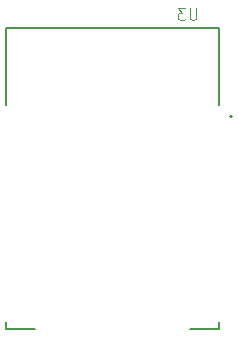
<source format=gbr>
G04 #@! TF.GenerationSoftware,KiCad,Pcbnew,(5.1.10)-1*
G04 #@! TF.CreationDate,2021-09-06T12:39:18+09:00*
G04 #@! TF.ProjectId,controller,636f6e74-726f-46c6-9c65-722e6b696361,rev?*
G04 #@! TF.SameCoordinates,Original*
G04 #@! TF.FileFunction,Legend,Bot*
G04 #@! TF.FilePolarity,Positive*
%FSLAX46Y46*%
G04 Gerber Fmt 4.6, Leading zero omitted, Abs format (unit mm)*
G04 Created by KiCad (PCBNEW (5.1.10)-1) date 2021-09-06 12:39:18*
%MOMM*%
%LPD*%
G01*
G04 APERTURE LIST*
%ADD10C,0.200000*%
%ADD11C,0.127000*%
%ADD12C,0.015000*%
G04 APERTURE END LIST*
D10*
X37600000Y-7750000D02*
G75*
G03*
X37600000Y-7750000I-100000J0D01*
G01*
D11*
X36500000Y-25100000D02*
X36500000Y-25750000D01*
X36500000Y-25750000D02*
X34050000Y-25750000D01*
X20950000Y-25750000D02*
X18500000Y-25750000D01*
X18500000Y-25750000D02*
X18500000Y-25100000D01*
X36500000Y-6750000D02*
X36500000Y-250000D01*
X36500000Y-250000D02*
X18500000Y-250000D01*
X18500000Y-250000D02*
X18500000Y-6750000D01*
D12*
X34586904Y1432619D02*
X34586904Y623095D01*
X34539285Y527857D01*
X34491666Y480238D01*
X34396428Y432619D01*
X34205952Y432619D01*
X34110714Y480238D01*
X34063095Y527857D01*
X34015476Y623095D01*
X34015476Y1432619D01*
X33634523Y1432619D02*
X33015476Y1432619D01*
X33348809Y1051666D01*
X33205952Y1051666D01*
X33110714Y1004047D01*
X33063095Y956428D01*
X33015476Y861190D01*
X33015476Y623095D01*
X33063095Y527857D01*
X33110714Y480238D01*
X33205952Y432619D01*
X33491666Y432619D01*
X33586904Y480238D01*
X33634523Y527857D01*
M02*

</source>
